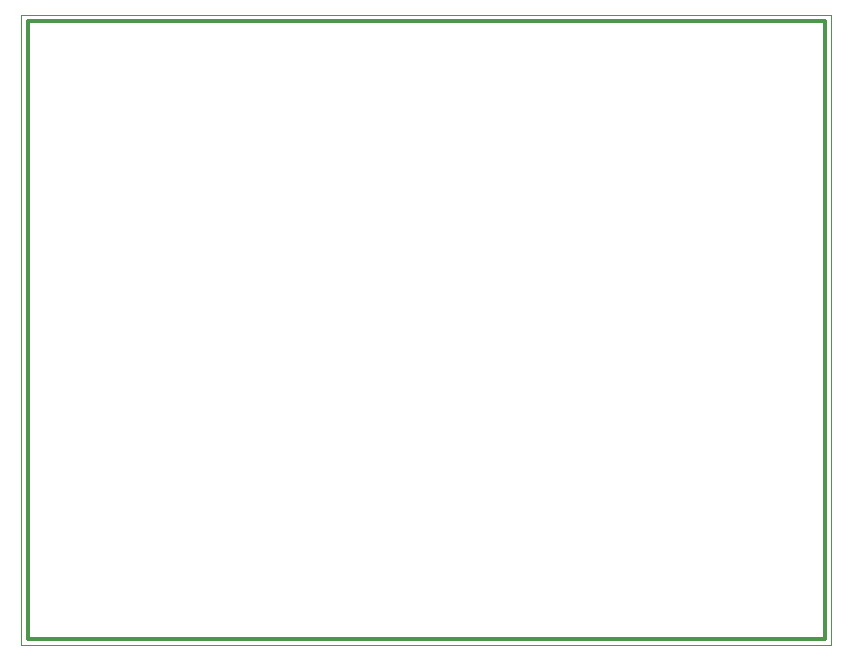
<source format=gbo>
G04 #@! TF.GenerationSoftware,KiCad,Pcbnew,(5.1.5)-2*
G04 #@! TF.CreationDate,2021-06-18T18:05:22+02:00*
G04 #@! TF.ProjectId,IMX_MULTIPROTOCOL,494d585f-4d55-44c5-9449-50524f544f43,rev?*
G04 #@! TF.SameCoordinates,Original*
G04 #@! TF.FileFunction,Legend,Bot*
G04 #@! TF.FilePolarity,Positive*
%FSLAX46Y46*%
G04 Gerber Fmt 4.6, Leading zero omitted, Abs format (unit mm)*
G04 Created by KiCad (PCBNEW (5.1.5)-2) date 2021-06-18 18:05:22*
%MOMM*%
%LPD*%
G04 APERTURE LIST*
%ADD10C,0.300000*%
%ADD11C,0.050000*%
G04 APERTURE END LIST*
D10*
X168100000Y-47200000D02*
X168100000Y-99500000D01*
X100600000Y-99500000D02*
X100600000Y-47200000D01*
X168100000Y-99500000D02*
X100600000Y-99500000D01*
X168100000Y-47200000D02*
X100600000Y-47200000D01*
D11*
X100000000Y-46700000D02*
X168600000Y-46700000D01*
X168600000Y-100000000D02*
X168600000Y-46700000D01*
X100000000Y-100000000D02*
X100000000Y-46700000D01*
X100000000Y-100000000D02*
X168600000Y-100000000D01*
M02*

</source>
